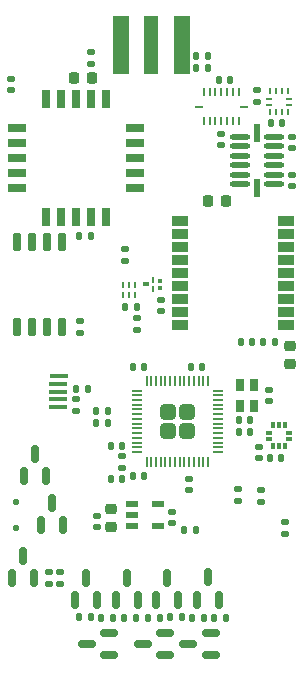
<source format=gbr>
%TF.GenerationSoftware,KiCad,Pcbnew,8.0.0*%
%TF.CreationDate,2024-04-01T12:03:42-07:00*%
%TF.ProjectId,lyrav3r1,6c797261-7633-4723-912e-6b696361645f,rev?*%
%TF.SameCoordinates,Original*%
%TF.FileFunction,Paste,Bot*%
%TF.FilePolarity,Positive*%
%FSLAX46Y46*%
G04 Gerber Fmt 4.6, Leading zero omitted, Abs format (unit mm)*
G04 Created by KiCad (PCBNEW 8.0.0) date 2024-04-01 12:03:42*
%MOMM*%
%LPD*%
G01*
G04 APERTURE LIST*
G04 Aperture macros list*
%AMRoundRect*
0 Rectangle with rounded corners*
0 $1 Rounding radius*
0 $2 $3 $4 $5 $6 $7 $8 $9 X,Y pos of 4 corners*
0 Add a 4 corners polygon primitive as box body*
4,1,4,$2,$3,$4,$5,$6,$7,$8,$9,$2,$3,0*
0 Add four circle primitives for the rounded corners*
1,1,$1+$1,$2,$3*
1,1,$1+$1,$4,$5*
1,1,$1+$1,$6,$7*
1,1,$1+$1,$8,$9*
0 Add four rect primitives between the rounded corners*
20,1,$1+$1,$2,$3,$4,$5,0*
20,1,$1+$1,$4,$5,$6,$7,0*
20,1,$1+$1,$6,$7,$8,$9,0*
20,1,$1+$1,$8,$9,$2,$3,0*%
G04 Aperture macros list end*
%ADD10RoundRect,0.140000X0.170000X-0.140000X0.170000X0.140000X-0.170000X0.140000X-0.170000X-0.140000X0*%
%ADD11RoundRect,0.135000X-0.135000X-0.185000X0.135000X-0.185000X0.135000X0.185000X-0.135000X0.185000X0*%
%ADD12RoundRect,0.140000X-0.170000X0.140000X-0.170000X-0.140000X0.170000X-0.140000X0.170000X0.140000X0*%
%ADD13RoundRect,0.135000X0.185000X-0.135000X0.185000X0.135000X-0.185000X0.135000X-0.185000X-0.135000X0*%
%ADD14RoundRect,0.140000X-0.140000X-0.170000X0.140000X-0.170000X0.140000X0.170000X-0.140000X0.170000X0*%
%ADD15RoundRect,0.140000X0.140000X0.170000X-0.140000X0.170000X-0.140000X-0.170000X0.140000X-0.170000X0*%
%ADD16RoundRect,0.135000X-0.185000X0.135000X-0.185000X-0.135000X0.185000X-0.135000X0.185000X0.135000X0*%
%ADD17RoundRect,0.150000X0.150000X-0.587500X0.150000X0.587500X-0.150000X0.587500X-0.150000X-0.587500X0*%
%ADD18RoundRect,0.135000X0.135000X0.185000X-0.135000X0.185000X-0.135000X-0.185000X0.135000X-0.185000X0*%
%ADD19R,0.500000X0.300000*%
%ADD20R,0.300000X0.500000*%
%ADD21RoundRect,0.150000X-0.150000X0.650000X-0.150000X-0.650000X0.150000X-0.650000X0.150000X0.650000X0*%
%ADD22RoundRect,0.150000X0.587500X0.150000X-0.587500X0.150000X-0.587500X-0.150000X0.587500X-0.150000X0*%
%ADD23RoundRect,0.125000X-0.125000X0.125000X-0.125000X-0.125000X0.125000X-0.125000X0.125000X0.125000X0*%
%ADD24R,0.800000X1.500000*%
%ADD25R,1.500000X0.800000*%
%ADD26R,0.800000X1.000000*%
%ADD27RoundRect,0.249999X-0.395001X0.395001X-0.395001X-0.395001X0.395001X-0.395001X0.395001X0.395001X0*%
%ADD28RoundRect,0.050000X-0.050000X0.387500X-0.050000X-0.387500X0.050000X-0.387500X0.050000X0.387500X0*%
%ADD29RoundRect,0.050000X-0.387500X0.050000X-0.387500X-0.050000X0.387500X-0.050000X0.387500X0.050000X0*%
%ADD30RoundRect,0.225000X-0.250000X0.225000X-0.250000X-0.225000X0.250000X-0.225000X0.250000X0.225000X0*%
%ADD31RoundRect,0.147500X0.147500X0.172500X-0.147500X0.172500X-0.147500X-0.172500X0.147500X-0.172500X0*%
%ADD32RoundRect,0.225000X-0.225000X-0.250000X0.225000X-0.250000X0.225000X0.250000X-0.225000X0.250000X0*%
%ADD33R,0.250000X0.800000*%
%ADD34R,0.800000X0.250000*%
%ADD35R,0.280000X0.580000*%
%ADD36R,1.600000X0.400000*%
%ADD37O,1.770000X0.450000*%
%ADD38R,0.600000X1.550000*%
%ADD39R,1.200000X5.000000*%
%ADD40R,1.400000X5.000000*%
%ADD41RoundRect,0.225000X0.225000X0.250000X-0.225000X0.250000X-0.225000X-0.250000X0.225000X-0.250000X0*%
%ADD42R,1.000000X0.600000*%
%ADD43RoundRect,0.147500X-0.147500X-0.172500X0.147500X-0.172500X0.147500X0.172500X-0.147500X0.172500X0*%
%ADD44R,0.280000X0.500000*%
%ADD45R,0.500000X0.280000*%
%ADD46R,0.500000X0.320000*%
%ADD47R,0.250000X0.520000*%
%ADD48R,0.420000X0.320000*%
%ADD49R,1.450000X0.850000*%
G04 APERTURE END LIST*
D10*
%TO.C,C10*%
X600800Y48542600D03*
X600800Y49502600D03*
%TD*%
D11*
%TO.C,R7*%
X15938400Y3886800D03*
X16958400Y3886800D03*
%TD*%
D12*
%TO.C,C29*%
X7385200Y51737800D03*
X7385200Y50777800D03*
%TD*%
D13*
%TO.C,R18*%
X6138000Y21334600D03*
X6138000Y22354600D03*
%TD*%
D14*
%TO.C,C3*%
X9061600Y15647000D03*
X10021600Y15647000D03*
%TD*%
D15*
%TO.C,C18*%
X10047000Y18441000D03*
X9087000Y18441000D03*
%TD*%
D16*
%TO.C,R28*%
X19803200Y14751500D03*
X19803200Y13731500D03*
%TD*%
D17*
%TO.C,Q4*%
X18238600Y5406200D03*
X16338600Y5406200D03*
X17288600Y7281200D03*
%TD*%
%TO.C,Q1*%
X5020400Y11735400D03*
X3120400Y11735400D03*
X4070400Y13610400D03*
%TD*%
D16*
%TO.C,R2*%
X4766400Y7775000D03*
X4766400Y6755000D03*
%TD*%
D18*
%TO.C,R13*%
X17316000Y51461000D03*
X16296000Y51461000D03*
%TD*%
D13*
%TO.C,R3*%
X21784400Y13683300D03*
X21784400Y14703300D03*
%TD*%
D14*
%TO.C,C24*%
X15818000Y25095800D03*
X16778000Y25095800D03*
%TD*%
D12*
%TO.C,C1*%
X18380800Y44829000D03*
X18380800Y43869000D03*
%TD*%
D18*
%TO.C,R9*%
X9289600Y3886800D03*
X8269600Y3886800D03*
%TD*%
D17*
%TO.C,Q9*%
X7928400Y5385400D03*
X6028400Y5385400D03*
X6978400Y7260400D03*
%TD*%
D14*
%TO.C,C12*%
X22546400Y17425000D03*
X23506400Y17425000D03*
%TD*%
D19*
%TO.C,U3*%
X22435800Y19029200D03*
X22435800Y19529200D03*
D20*
X22805800Y20149200D03*
X23305800Y20149200D03*
X23805800Y20149200D03*
D19*
X24175800Y19529200D03*
X24175800Y19029200D03*
D20*
X23805800Y18409200D03*
X23305800Y18409200D03*
X22805800Y18409200D03*
%TD*%
D11*
%TO.C,R15*%
X6085200Y23267000D03*
X7105200Y23267000D03*
%TD*%
D21*
%TO.C,U9*%
X1134200Y35655400D03*
X2404200Y35655400D03*
X3674200Y35655400D03*
X4944200Y35655400D03*
X4944200Y28455400D03*
X3674200Y28455400D03*
X2404200Y28455400D03*
X1134200Y28455400D03*
%TD*%
D22*
%TO.C,Q3*%
X13643900Y2585700D03*
X13643900Y685700D03*
X11768900Y1635700D03*
%TD*%
D23*
%TO.C,D1*%
X1058000Y13699000D03*
X1058000Y11499000D03*
%TD*%
D18*
%TO.C,R16*%
X17318000Y50445000D03*
X16298000Y50445000D03*
%TD*%
D12*
%TO.C,C28*%
X10303600Y35075400D03*
X10303600Y34115400D03*
%TD*%
D14*
%TO.C,C21*%
X19882000Y20574600D03*
X20842000Y20574600D03*
%TD*%
D13*
%TO.C,R1*%
X23816400Y10920600D03*
X23816400Y11940600D03*
%TD*%
D12*
%TO.C,C33*%
X13351600Y30808200D03*
X13351600Y29848200D03*
%TD*%
%TO.C,C4*%
X21604000Y18339400D03*
X21604000Y17379400D03*
%TD*%
D24*
%TO.C,U1*%
X3547200Y47803400D03*
X4817200Y47803400D03*
X6087200Y47803400D03*
X7357200Y47803400D03*
X8627200Y47803400D03*
D25*
X11087200Y45343400D03*
X11087200Y44073400D03*
X11087200Y42803400D03*
X11087200Y41533400D03*
X11087200Y40263400D03*
D24*
X8627200Y37803400D03*
X7357200Y37803400D03*
X6087200Y37803400D03*
X4817200Y37803400D03*
X3547200Y37803400D03*
D25*
X1087200Y40263400D03*
X1087200Y41533400D03*
X1087200Y42803400D03*
X1087200Y44073400D03*
X1087200Y45343400D03*
%TD*%
D17*
%TO.C,Q5*%
X11370400Y5385400D03*
X9470400Y5385400D03*
X10420400Y7260400D03*
%TD*%
D11*
%TO.C,R6*%
X15256600Y11278200D03*
X16276600Y11278200D03*
%TD*%
%TO.C,R17*%
X17794600Y3886800D03*
X18814600Y3886800D03*
%TD*%
D15*
%TO.C,C23*%
X11901200Y15901000D03*
X10941200Y15901000D03*
%TD*%
D26*
%TO.C,X2*%
X21165200Y23557400D03*
X21165200Y21757400D03*
X19965200Y21757400D03*
X19965200Y23557400D03*
%TD*%
D15*
%TO.C,C14*%
X21045200Y27178600D03*
X20085200Y27178600D03*
%TD*%
%TO.C,C17*%
X8802400Y21336600D03*
X7842400Y21336600D03*
%TD*%
%TO.C,C2*%
X19165600Y49378200D03*
X18205600Y49378200D03*
%TD*%
D14*
%TO.C,C16*%
X19882000Y19609400D03*
X20842000Y19609400D03*
%TD*%
D10*
%TO.C,C15*%
X11268800Y28273400D03*
X11268800Y29233400D03*
%TD*%
D27*
%TO.C,U8*%
X15488400Y21306900D03*
X13888400Y21306900D03*
X15488400Y19706900D03*
X13888400Y19706900D03*
D28*
X12088400Y23944400D03*
X12488400Y23944400D03*
X12888400Y23944400D03*
X13288400Y23944400D03*
X13688400Y23944400D03*
X14088400Y23944400D03*
X14488400Y23944400D03*
X14888400Y23944400D03*
X15288400Y23944400D03*
X15688400Y23944400D03*
X16088400Y23944400D03*
X16488400Y23944400D03*
X16888400Y23944400D03*
X17288400Y23944400D03*
D29*
X18125900Y23106900D03*
X18125900Y22706900D03*
X18125900Y22306900D03*
X18125900Y21906900D03*
X18125900Y21506900D03*
X18125900Y21106900D03*
X18125900Y20706900D03*
X18125900Y20306900D03*
X18125900Y19906900D03*
X18125900Y19506900D03*
X18125900Y19106900D03*
X18125900Y18706900D03*
X18125900Y18306900D03*
X18125900Y17906900D03*
D28*
X17288400Y17069400D03*
X16888400Y17069400D03*
X16488400Y17069400D03*
X16088400Y17069400D03*
X15688400Y17069400D03*
X15288400Y17069400D03*
X14888400Y17069400D03*
X14488400Y17069400D03*
X14088400Y17069400D03*
X13688400Y17069400D03*
X13288400Y17069400D03*
X12888400Y17069400D03*
X12488400Y17069400D03*
X12088400Y17069400D03*
D29*
X11250900Y17906900D03*
X11250900Y18306900D03*
X11250900Y18706900D03*
X11250900Y19106900D03*
X11250900Y19506900D03*
X11250900Y19906900D03*
X11250900Y20306900D03*
X11250900Y20706900D03*
X11250900Y21106900D03*
X11250900Y21506900D03*
X11250900Y21906900D03*
X11250900Y22306900D03*
X11250900Y22706900D03*
X11250900Y23106900D03*
%TD*%
D11*
%TO.C,R8*%
X12183200Y3886800D03*
X13203200Y3886800D03*
%TD*%
%TO.C,R10*%
X14060800Y3912200D03*
X15080800Y3912200D03*
%TD*%
D17*
%TO.C,Q8*%
X2580900Y7241900D03*
X680900Y7241900D03*
X1630900Y9116900D03*
%TD*%
%TO.C,Q2*%
X14762700Y5383100D03*
X12862700Y5383100D03*
X13812700Y7258100D03*
%TD*%
D30*
%TO.C,C34*%
X24210400Y26912200D03*
X24210400Y25362200D03*
%TD*%
D31*
%TO.C,L4*%
X11245800Y30175800D03*
X10275800Y30175800D03*
%TD*%
D32*
%TO.C,C11*%
X5908800Y49581400D03*
X7458800Y49581400D03*
%TD*%
D30*
%TO.C,C7*%
X9084400Y13120000D03*
X9084400Y11570000D03*
%TD*%
D33*
%TO.C,U2*%
X19920900Y48343700D03*
X19420900Y48343700D03*
X18920900Y48343700D03*
X18420900Y48343700D03*
X17920900Y48343700D03*
X17420900Y48343700D03*
X16920900Y48343700D03*
D34*
X16510900Y47143700D03*
D33*
X16920900Y45943700D03*
X17420900Y45943700D03*
X17920900Y45943700D03*
X18420900Y45943700D03*
X18920900Y45943700D03*
X19420900Y45943700D03*
X19920900Y45943700D03*
D34*
X20330900Y47143700D03*
%TD*%
D11*
%TO.C,R12*%
X6390000Y3907600D03*
X7410000Y3907600D03*
%TD*%
D10*
%TO.C,C9*%
X21400800Y47577400D03*
X21400800Y48537400D03*
%TD*%
D12*
%TO.C,C13*%
X22495600Y23188200D03*
X22495600Y22228200D03*
%TD*%
D17*
%TO.C,Q6*%
X3573800Y15899400D03*
X1673800Y15899400D03*
X2623800Y17774400D03*
%TD*%
D35*
%TO.C,U7*%
X11116400Y31215400D03*
X10616400Y31215400D03*
X10116400Y31215400D03*
X10116400Y32055400D03*
X10616400Y32055400D03*
X11116400Y32055400D03*
%TD*%
D15*
%TO.C,C25*%
X11883300Y25120500D03*
X10923300Y25120500D03*
%TD*%
D12*
%TO.C,C19*%
X10038100Y17526600D03*
X10038100Y16566600D03*
%TD*%
%TO.C,C50*%
X24375200Y44575000D03*
X24375200Y43615000D03*
%TD*%
D14*
%TO.C,C8*%
X22597200Y45771400D03*
X23557200Y45771400D03*
%TD*%
D36*
%TO.C,J7*%
X4629700Y21713000D03*
X4629700Y22363000D03*
X4629700Y23013000D03*
X4629700Y23663000D03*
X4639700Y24313000D03*
%TD*%
D15*
%TO.C,C26*%
X8802400Y20371400D03*
X7842400Y20371400D03*
%TD*%
D37*
%TO.C,U5*%
X22838800Y44571000D03*
X22838800Y43771000D03*
X22838800Y42971000D03*
X22838800Y42171000D03*
X22838800Y41371000D03*
X22838800Y40571000D03*
D38*
X21428800Y40271000D03*
D37*
X20018800Y40571000D03*
X20018800Y41371000D03*
X20018800Y42171000D03*
X20018800Y42971000D03*
X20018800Y43771000D03*
X20018800Y44571000D03*
D38*
X21428800Y44871000D03*
%TD*%
D39*
%TO.C,AE3*%
X12500000Y52365000D03*
D40*
X15050000Y52365000D03*
X9950000Y52365000D03*
%TD*%
D10*
%TO.C,C32*%
X24375200Y40414600D03*
X24375200Y41374600D03*
%TD*%
D41*
%TO.C,C20*%
X18800200Y39116600D03*
X17250200Y39116600D03*
%TD*%
D12*
%TO.C,C22*%
X15670500Y15643700D03*
X15670500Y14683700D03*
%TD*%
D42*
%TO.C,U6*%
X10829200Y11598200D03*
X10829200Y12548200D03*
X10829200Y13498200D03*
X13029200Y13498200D03*
X13029200Y11598200D03*
%TD*%
D43*
%TO.C,L1*%
X21959800Y27178600D03*
X22929800Y27178600D03*
%TD*%
D44*
%TO.C,U4*%
X24046400Y46685800D03*
X23546400Y46685800D03*
X23046400Y46685800D03*
X22546400Y46685800D03*
D45*
X22416400Y47315800D03*
X22416400Y47815800D03*
D44*
X22546400Y48445800D03*
X23046400Y48445800D03*
X23546400Y48445800D03*
X24046400Y48445800D03*
D45*
X24176400Y47815800D03*
X24176400Y47315800D03*
%TD*%
D46*
%TO.C,FL1*%
X12030800Y32101700D03*
D47*
X12620800Y32491700D03*
D48*
X13210800Y32391700D03*
X13210800Y31811700D03*
D47*
X12620800Y31711700D03*
%TD*%
D22*
%TO.C,Q10*%
X8881200Y2611100D03*
X8881200Y711100D03*
X7006200Y1661100D03*
%TD*%
D12*
%TO.C,C6*%
X7888000Y12520200D03*
X7888000Y11560200D03*
%TD*%
D49*
%TO.C,IC1*%
X23900000Y37425000D03*
X23900000Y36325000D03*
X23900000Y35225000D03*
X23900000Y34125000D03*
X23900000Y33025000D03*
X23900000Y31925000D03*
X23900000Y30825000D03*
X23900000Y29725000D03*
X23900000Y28625000D03*
X14900000Y28625000D03*
X14900000Y29725000D03*
X14900000Y30825000D03*
X14900000Y31925000D03*
X14900000Y33025000D03*
X14900000Y34125000D03*
X14900000Y35225000D03*
X14900000Y36325000D03*
X14900000Y37425000D03*
%TD*%
D10*
%TO.C,C27*%
X6442800Y28019400D03*
X6442800Y28979400D03*
%TD*%
D11*
%TO.C,R11*%
X10174600Y3882200D03*
X11194600Y3882200D03*
%TD*%
D22*
%TO.C,Q7*%
X17514900Y2604400D03*
X17514900Y704400D03*
X15639900Y1654400D03*
%TD*%
D18*
%TO.C,R14*%
X7359200Y36170200D03*
X6339200Y36170200D03*
%TD*%
D10*
%TO.C,C5*%
X14266000Y11865000D03*
X14266000Y12825000D03*
%TD*%
D13*
%TO.C,R4*%
X3801200Y6755000D03*
X3801200Y7775000D03*
%TD*%
M02*

</source>
